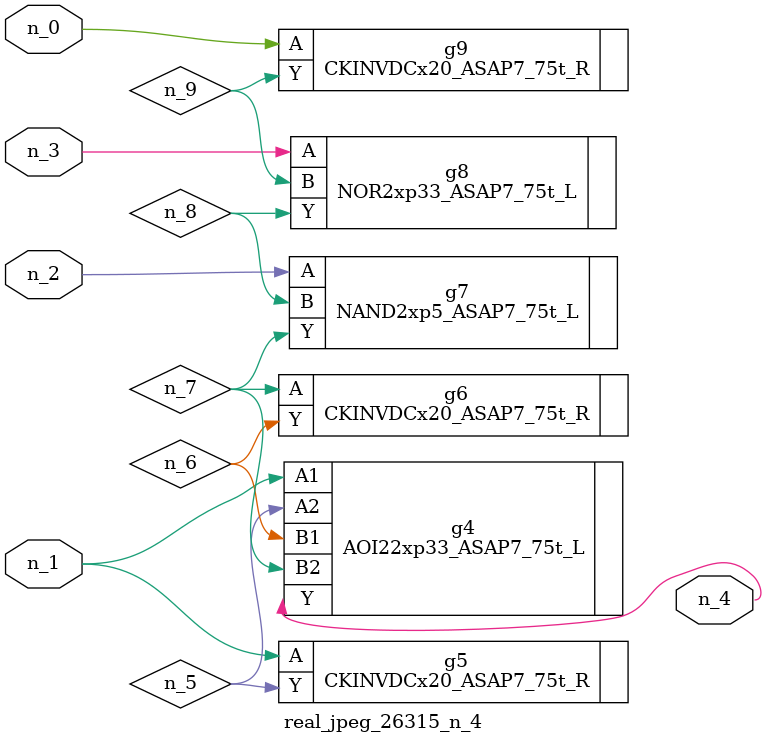
<source format=v>
module real_jpeg_26315_n_4 (n_3, n_1, n_0, n_2, n_4);

input n_3;
input n_1;
input n_0;
input n_2;

output n_4;

wire n_5;
wire n_8;
wire n_6;
wire n_7;
wire n_9;

CKINVDCx20_ASAP7_75t_R g9 ( 
.A(n_0),
.Y(n_9)
);

AOI22xp33_ASAP7_75t_L g4 ( 
.A1(n_1),
.A2(n_5),
.B1(n_6),
.B2(n_7),
.Y(n_4)
);

CKINVDCx20_ASAP7_75t_R g5 ( 
.A(n_1),
.Y(n_5)
);

NAND2xp5_ASAP7_75t_L g7 ( 
.A(n_2),
.B(n_8),
.Y(n_7)
);

NOR2xp33_ASAP7_75t_L g8 ( 
.A(n_3),
.B(n_9),
.Y(n_8)
);

CKINVDCx20_ASAP7_75t_R g6 ( 
.A(n_7),
.Y(n_6)
);


endmodule
</source>
